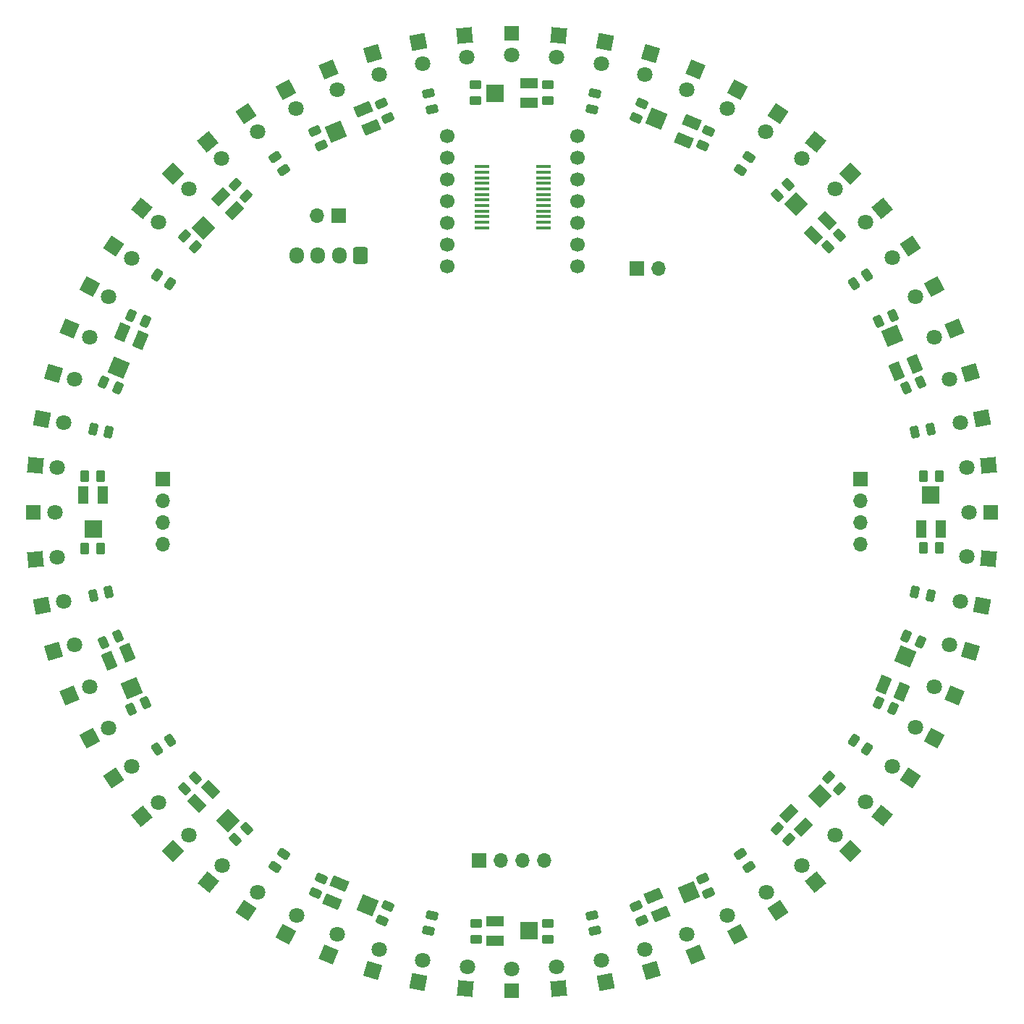
<source format=gbr>
%TF.GenerationSoftware,KiCad,Pcbnew,7.0.9*%
%TF.CreationDate,2025-05-05T21:09:02+09:00*%
%TF.ProjectId,LINE_Main,4c494e45-5f4d-4616-996e-2e6b69636164,rev?*%
%TF.SameCoordinates,Original*%
%TF.FileFunction,Soldermask,Top*%
%TF.FilePolarity,Negative*%
%FSLAX46Y46*%
G04 Gerber Fmt 4.6, Leading zero omitted, Abs format (unit mm)*
G04 Created by KiCad (PCBNEW 7.0.9) date 2025-05-05 21:09:02*
%MOMM*%
%LPD*%
G01*
G04 APERTURE LIST*
G04 Aperture macros list*
%AMRoundRect*
0 Rectangle with rounded corners*
0 $1 Rounding radius*
0 $2 $3 $4 $5 $6 $7 $8 $9 X,Y pos of 4 corners*
0 Add a 4 corners polygon primitive as box body*
4,1,4,$2,$3,$4,$5,$6,$7,$8,$9,$2,$3,0*
0 Add four circle primitives for the rounded corners*
1,1,$1+$1,$2,$3*
1,1,$1+$1,$4,$5*
1,1,$1+$1,$6,$7*
1,1,$1+$1,$8,$9*
0 Add four rect primitives between the rounded corners*
20,1,$1+$1,$2,$3,$4,$5,0*
20,1,$1+$1,$4,$5,$6,$7,0*
20,1,$1+$1,$6,$7,$8,$9,0*
20,1,$1+$1,$8,$9,$2,$3,0*%
%AMRotRect*
0 Rectangle, with rotation*
0 The origin of the aperture is its center*
0 $1 length*
0 $2 width*
0 $3 Rotation angle, in degrees counterclockwise*
0 Add horizontal line*
21,1,$1,$2,0,0,$3*%
G04 Aperture macros list end*
%ADD10RoundRect,0.250000X0.450000X-0.262500X0.450000X0.262500X-0.450000X0.262500X-0.450000X-0.262500X0*%
%ADD11RotRect,2.000000X1.300000X225.000000*%
%ADD12RotRect,2.000000X2.000000X225.000000*%
%ADD13RotRect,1.800000X1.800000X112.500000*%
%ADD14C,1.800000*%
%ADD15RotRect,2.000000X1.300000X67.500000*%
%ADD16RotRect,2.000000X2.000000X67.500000*%
%ADD17RotRect,1.800000X1.800000X185.625000*%
%ADD18RoundRect,0.250000X0.315291X-0.414726X0.516200X0.070311X-0.315291X0.414726X-0.516200X-0.070311X0*%
%ADD19RotRect,1.800000X1.800000X95.625000*%
%ADD20RoundRect,0.250000X0.414726X0.315291X-0.070311X0.516200X-0.414726X-0.315291X0.070311X-0.516200X0*%
%ADD21RoundRect,0.250000X0.228324X-0.468267X0.519999X-0.031746X-0.228324X0.468267X-0.519999X0.031746X0*%
%ADD22RotRect,1.800000X1.800000X33.750000*%
%ADD23RotRect,1.800000X1.800000X174.375000*%
%ADD24RotRect,1.800000X1.800000X39.375000*%
%ADD25RotRect,1.800000X1.800000X247.500000*%
%ADD26R,2.000000X1.300000*%
%ADD27R,2.000000X2.000000*%
%ADD28RoundRect,0.250000X-0.450000X0.262500X-0.450000X-0.262500X0.450000X-0.262500X0.450000X0.262500X0*%
%ADD29RoundRect,0.250000X-0.228324X0.468267X-0.519999X0.031746X0.228324X-0.468267X0.519999X-0.031746X0*%
%ADD30RoundRect,0.250000X-0.132583X0.503814X-0.503814X0.132583X0.132583X-0.503814X0.503814X-0.132583X0*%
%ADD31RotRect,1.800000X1.800000X337.500000*%
%ADD32RotRect,1.800000X1.800000X157.500000*%
%ADD33RotRect,2.000000X1.300000X135.000000*%
%ADD34RotRect,2.000000X2.000000X135.000000*%
%ADD35RotRect,1.800000X1.800000X236.250000*%
%ADD36RoundRect,0.250000X-0.390142X0.345247X-0.492565X-0.169665X0.390142X-0.345247X0.492565X0.169665X0*%
%ADD37RotRect,1.800000X1.800000X264.375000*%
%ADD38RotRect,1.800000X1.800000X275.625000*%
%ADD39RoundRect,0.250000X-0.516200X0.070311X-0.315291X-0.414726X0.516200X-0.070311X0.315291X0.414726X0*%
%ADD40RotRect,1.800000X1.800000X348.750000*%
%ADD41R,1.300000X2.000000*%
%ADD42RotRect,2.000000X1.300000X112.500000*%
%ADD43RotRect,2.000000X2.000000X112.500000*%
%ADD44RoundRect,0.250000X-0.031746X0.519999X-0.468267X0.228324X0.031746X-0.519999X0.468267X-0.228324X0*%
%ADD45RoundRect,0.250000X-0.070311X-0.516200X0.414726X-0.315291X0.070311X0.516200X-0.414726X0.315291X0*%
%ADD46RoundRect,0.250000X-0.519999X-0.031746X-0.228324X-0.468267X0.519999X0.031746X0.228324X0.468267X0*%
%ADD47RotRect,1.800000X1.800000X45.000000*%
%ADD48RotRect,1.800000X1.800000X28.125000*%
%ADD49RotRect,1.800000X1.800000X331.875000*%
%ADD50RotRect,1.800000X1.800000X303.750000*%
%ADD51RoundRect,0.250000X-0.315291X0.414726X-0.516200X-0.070311X0.315291X-0.414726X0.516200X0.070311X0*%
%ADD52RoundRect,0.250000X0.516200X-0.070311X0.315291X0.414726X-0.516200X0.070311X-0.315291X-0.414726X0*%
%ADD53RoundRect,0.250000X0.262500X0.450000X-0.262500X0.450000X-0.262500X-0.450000X0.262500X-0.450000X0*%
%ADD54RoundRect,0.250000X0.031746X-0.519999X0.468267X-0.228324X-0.031746X0.519999X-0.468267X0.228324X0*%
%ADD55RotRect,1.800000X1.800000X202.500000*%
%ADD56RotRect,1.800000X1.800000X151.875000*%
%ADD57RotRect,1.800000X1.800000X146.250000*%
%ADD58R,1.800000X1.800000*%
%ADD59RotRect,1.800000X1.800000X16.875000*%
%ADD60RotRect,1.800000X1.800000X129.375000*%
%ADD61RotRect,1.800000X1.800000X50.625000*%
%ADD62RotRect,1.800000X1.800000X61.875000*%
%ADD63RotRect,1.800000X1.800000X135.000000*%
%ADD64RotRect,1.800000X1.800000X309.375000*%
%ADD65RotRect,2.000000X1.300000X292.500000*%
%ADD66RotRect,2.000000X2.000000X292.500000*%
%ADD67RotRect,1.800000X1.800000X219.375000*%
%ADD68RotRect,1.800000X1.800000X315.000000*%
%ADD69RoundRect,0.250000X0.503814X0.132583X0.132583X0.503814X-0.503814X-0.132583X-0.132583X-0.503814X0*%
%ADD70RotRect,2.000000X1.300000X315.000000*%
%ADD71RotRect,2.000000X2.000000X315.000000*%
%ADD72RoundRect,0.250000X-0.492565X0.169665X-0.390142X-0.345247X0.492565X-0.169665X0.390142X0.345247X0*%
%ADD73RotRect,1.800000X1.800000X22.500000*%
%ADD74RotRect,2.000000X1.300000X337.500000*%
%ADD75RotRect,2.000000X2.000000X337.500000*%
%ADD76R,1.750000X0.450000*%
%ADD77RoundRect,0.250000X-0.262500X-0.450000X0.262500X-0.450000X0.262500X0.450000X-0.262500X0.450000X0*%
%ADD78RotRect,1.800000X1.800000X140.625000*%
%ADD79RotRect,1.800000X1.800000X163.125000*%
%ADD80RotRect,1.800000X1.800000X196.875000*%
%ADD81RotRect,1.800000X1.800000X326.250000*%
%ADD82RotRect,2.000000X1.300000X202.500000*%
%ADD83RotRect,2.000000X2.000000X202.500000*%
%ADD84RotRect,1.800000X1.800000X118.125000*%
%ADD85RoundRect,0.250000X0.345247X0.390142X-0.169665X0.492565X-0.345247X-0.390142X0.169665X-0.492565X0*%
%ADD86RoundRect,0.250000X0.070311X0.516200X-0.414726X0.315291X-0.070311X-0.516200X0.414726X-0.315291X0*%
%ADD87RotRect,1.800000X1.800000X320.625000*%
%ADD88RoundRect,0.250000X0.468267X0.228324X0.031746X0.519999X-0.468267X-0.228324X-0.031746X-0.519999X0*%
%ADD89RotRect,1.800000X1.800000X168.750000*%
%ADD90RotRect,2.000000X1.300000X22.500000*%
%ADD91RotRect,2.000000X2.000000X22.500000*%
%ADD92RotRect,1.800000X1.800000X298.125000*%
%ADD93RotRect,1.800000X1.800000X208.125000*%
%ADD94RotRect,1.800000X1.800000X258.750000*%
%ADD95RoundRect,0.250000X0.390142X-0.345247X0.492565X0.169665X-0.390142X0.345247X-0.492565X-0.169665X0*%
%ADD96RotRect,1.800000X1.800000X225.000000*%
%ADD97RotRect,1.800000X1.800000X84.375000*%
%ADD98RoundRect,0.250000X-0.414726X-0.315291X0.070311X-0.516200X0.414726X0.315291X-0.070311X0.516200X0*%
%ADD99RoundRect,0.250000X-0.345247X-0.390142X0.169665X-0.492565X0.345247X0.390142X-0.169665X0.492565X0*%
%ADD100RotRect,1.800000X1.800000X78.750000*%
%ADD101RotRect,1.800000X1.800000X292.500000*%
%ADD102RotRect,1.800000X1.800000X11.250000*%
%ADD103RotRect,1.800000X1.800000X253.125000*%
%ADD104RotRect,1.800000X1.800000X67.500000*%
%ADD105RotRect,1.800000X1.800000X286.875000*%
%ADD106RotRect,1.800000X1.800000X73.125000*%
%ADD107RotRect,2.000000X1.300000X247.500000*%
%ADD108RotRect,2.000000X2.000000X247.500000*%
%ADD109RoundRect,0.250000X-0.169665X-0.492565X0.345247X-0.390142X0.169665X0.492565X-0.345247X0.390142X0*%
%ADD110RotRect,1.800000X1.800000X241.875000*%
%ADD111RoundRect,0.250000X0.132583X-0.503814X0.503814X-0.132583X-0.132583X0.503814X-0.503814X0.132583X0*%
%ADD112RotRect,1.800000X1.800000X106.875000*%
%ADD113RotRect,1.800000X1.800000X123.750000*%
%ADD114RoundRect,0.250000X-0.503814X-0.132583X-0.132583X-0.503814X0.503814X0.132583X0.132583X0.503814X0*%
%ADD115RotRect,1.800000X1.800000X343.125000*%
%ADD116RotRect,1.800000X1.800000X213.750000*%
%ADD117RotRect,2.000000X1.300000X45.000000*%
%ADD118RotRect,2.000000X2.000000X45.000000*%
%ADD119RotRect,1.800000X1.800000X354.375000*%
%ADD120RotRect,2.000000X1.300000X157.500000*%
%ADD121RotRect,2.000000X2.000000X157.500000*%
%ADD122RoundRect,0.250000X0.169665X0.492565X-0.345247X0.390142X-0.169665X-0.492565X0.345247X-0.390142X0*%
%ADD123RotRect,1.800000X1.800000X230.625000*%
%ADD124RoundRect,0.250000X-0.468267X-0.228324X-0.031746X-0.519999X0.468267X0.228324X0.031746X0.519999X0*%
%ADD125RotRect,1.800000X1.800000X5.625000*%
%ADD126RotRect,1.800000X1.800000X56.250000*%
%ADD127RotRect,1.800000X1.800000X101.250000*%
%ADD128RotRect,1.800000X1.800000X281.250000*%
%ADD129RotRect,1.800000X1.800000X191.250000*%
%ADD130RoundRect,0.250000X0.492565X-0.169665X0.390142X0.345247X-0.492565X0.169665X-0.390142X-0.345247X0*%
%ADD131RoundRect,0.250000X0.519999X0.031746X0.228324X0.468267X-0.519999X-0.031746X-0.228324X-0.468267X0*%
%ADD132R,1.700000X1.700000*%
%ADD133O,1.700000X1.700000*%
%ADD134C,1.700000*%
%ADD135RoundRect,0.250000X0.600000X0.725000X-0.600000X0.725000X-0.600000X-0.725000X0.600000X-0.725000X0*%
%ADD136O,1.700000X1.950000*%
G04 APERTURE END LIST*
D10*
%TO.C,R17*%
X172410000Y-46182500D03*
X172410000Y-44357500D03*
%TD*%
D11*
%TO.C,RV7*%
X210691170Y-131203268D03*
D12*
X212706425Y-127561668D03*
D11*
X209064825Y-129576923D03*
%TD*%
D13*
%TO.C,D15*%
X198088710Y-146100036D03*
D14*
X197116694Y-143753382D03*
%TD*%
D15*
%TO.C,RV14*%
X131065834Y-73298636D03*
D16*
X130597562Y-77434240D03*
D15*
X133190757Y-74178808D03*
%TD*%
D17*
%TO.C,Q9*%
X232403632Y-88831719D03*
D14*
X229875863Y-89080683D03*
%TD*%
D18*
%TO.C,R10*%
X153643609Y-138888231D03*
X154342007Y-137202151D03*
%TD*%
D19*
%TO.C,Q17*%
X182137478Y-150097874D03*
D14*
X181888514Y-147570105D03*
%TD*%
D20*
%TO.C,R6*%
X221193988Y-117325587D03*
X219507908Y-116627189D03*
%TD*%
D21*
%TO.C,R20*%
X203348198Y-54342841D03*
X204362114Y-52825409D03*
%TD*%
D22*
%TO.C,D22*%
X130048803Y-125470272D03*
D14*
X132160736Y-124059124D03*
%TD*%
D23*
%TO.C,Q10*%
X232405098Y-99816837D03*
D14*
X229877329Y-99567873D03*
%TD*%
D24*
%TO.C,Q22*%
X133325252Y-129886820D03*
D14*
X135288699Y-128275461D03*
%TD*%
D25*
%TO.C,D3*%
X198074893Y-42557680D03*
D14*
X197102877Y-44904334D03*
%TD*%
D26*
%TO.C,RV9*%
X174644953Y-144483440D03*
D27*
X178644953Y-143333440D03*
D26*
X174644953Y-142183440D03*
%TD*%
D28*
%TO.C,R1*%
X180830000Y-44367500D03*
X180830000Y-46192500D03*
%TD*%
D29*
%TO.C,R36*%
X149926755Y-134320599D03*
X148912839Y-135838031D03*
%TD*%
D30*
%TO.C,R3*%
X214932077Y-61966243D03*
X213641607Y-63256713D03*
%TD*%
D31*
%TO.C,D27*%
X124863437Y-72894306D03*
D14*
X127210091Y-73866322D03*
%TD*%
D32*
%TO.C,D11*%
X228411517Y-115769135D03*
D14*
X226064863Y-114797119D03*
%TD*%
D33*
%TO.C,RV11*%
X139765928Y-128385414D03*
D34*
X143407528Y-130400669D03*
D33*
X141392273Y-126759069D03*
%TD*%
D35*
%TO.C,D4*%
X207763593Y-47734736D03*
D14*
X206352445Y-49846669D03*
%TD*%
D36*
%TO.C,R34*%
X167263070Y-141498378D03*
X166907030Y-143288312D03*
%TD*%
D37*
%TO.C,Q2*%
X182122595Y-38564099D03*
D14*
X181873631Y-41091868D03*
%TD*%
D38*
%TO.C,Q1*%
X171137477Y-38565565D03*
D14*
X171386441Y-41093334D03*
%TD*%
D39*
%TO.C,R16*%
X161390383Y-46566390D03*
X162088781Y-48252470D03*
%TD*%
D40*
%TO.C,D26*%
X121676029Y-83406834D03*
D14*
X124167224Y-83902363D03*
%TD*%
D41*
%TO.C,RV5*%
X226789196Y-96324243D03*
D27*
X225639196Y-92324243D03*
D41*
X224489196Y-96324243D03*
%TD*%
D42*
%TO.C,RV12*%
X129540823Y-111683101D03*
D43*
X132134018Y-114938533D03*
D42*
X131665746Y-110802929D03*
%TD*%
D44*
%TO.C,R38*%
X136656906Y-121054877D03*
X135139474Y-122068793D03*
%TD*%
D45*
%TO.C,R23*%
X219503768Y-72000134D03*
X221189848Y-71301736D03*
%TD*%
D46*
%TO.C,R30*%
X203360633Y-134312290D03*
X204374549Y-135829722D03*
%TD*%
D47*
%TO.C,D21*%
X137018821Y-133960953D03*
D14*
X138814872Y-132164902D03*
%TD*%
D48*
%TO.C,Q23*%
X127221028Y-120753843D03*
D14*
X129461108Y-119556495D03*
%TD*%
D49*
%TO.C,Q28*%
X127213977Y-67922790D03*
D14*
X129454057Y-69120138D03*
%TD*%
D50*
%TO.C,D30*%
X145498925Y-47743047D03*
D14*
X146910073Y-49854980D03*
%TD*%
D51*
%TO.C,R35*%
X162117244Y-140433580D03*
X161418846Y-142119660D03*
%TD*%
D52*
%TO.C,R8*%
X191884569Y-142097051D03*
X191186171Y-140410971D03*
%TD*%
D53*
%TO.C,R5*%
X226601697Y-98524244D03*
X224776697Y-98524244D03*
%TD*%
D54*
%TO.C,R22*%
X216618047Y-67608565D03*
X218135479Y-66594649D03*
%TD*%
D55*
%TO.C,D7*%
X228405794Y-72880487D03*
D14*
X226059140Y-73852503D03*
%TD*%
D56*
%TO.C,Q12*%
X226060977Y-120740651D03*
D14*
X223820897Y-119543303D03*
%TD*%
D57*
%TO.C,D12*%
X223234461Y-125457835D03*
D14*
X221122528Y-124046687D03*
%TD*%
D58*
%TO.C,D1*%
X176630000Y-38295000D03*
D14*
X176630000Y-40835000D03*
%TD*%
D59*
%TO.C,Q24*%
X123015851Y-110605478D03*
D14*
X125446479Y-109868155D03*
%TD*%
D60*
%TO.C,Q14*%
X212192576Y-137643945D03*
D14*
X210581217Y-135680498D03*
%TD*%
D26*
%TO.C,RV1*%
X178630000Y-44180000D03*
D27*
X174630000Y-45330000D03*
D26*
X178630000Y-46480000D03*
%TD*%
D61*
%TO.C,Q21*%
X141093940Y-137653435D03*
D14*
X142705299Y-135689988D03*
%TD*%
D62*
%TO.C,Q20*%
X150228546Y-143755220D03*
D14*
X151425894Y-141515140D03*
%TD*%
D63*
%TO.C,D13*%
X216266709Y-133950376D03*
D14*
X214470658Y-132154325D03*
%TD*%
D64*
%TO.C,Q30*%
X141082378Y-51019492D03*
D14*
X142693737Y-52982939D03*
%TD*%
D65*
%TO.C,RV4*%
X223734129Y-76980339D03*
D66*
X221140934Y-73724907D03*
D65*
X221609206Y-77860511D03*
%TD*%
D67*
%TO.C,Q6*%
X219949703Y-58776621D03*
D14*
X217986256Y-60387980D03*
%TD*%
D68*
%TO.C,D29*%
X137008244Y-54713065D03*
D14*
X138804295Y-56509116D03*
%TD*%
D69*
%TO.C,R45*%
X139601564Y-63274355D03*
X138311094Y-61983885D03*
%TD*%
D70*
%TO.C,RV3*%
X213509024Y-60278026D03*
D71*
X209867424Y-58262771D03*
D70*
X211882679Y-61904371D03*
%TD*%
D51*
%TO.C,R2*%
X199631343Y-49775209D03*
X198932945Y-51461289D03*
%TD*%
D72*
%TO.C,R32*%
X186026553Y-141495460D03*
X186382593Y-143285394D03*
%TD*%
D73*
%TO.C,D23*%
X124869161Y-115782954D03*
D14*
X127215815Y-114810938D03*
%TD*%
D74*
%TO.C,RV2*%
X197670560Y-48760078D03*
D75*
X193534956Y-48291806D03*
D74*
X196790388Y-50885001D03*
%TD*%
D76*
%TO.C,U1*%
X180330000Y-61065000D03*
X180330000Y-60415000D03*
X180330000Y-59765000D03*
X180330000Y-59115000D03*
X180330000Y-58465000D03*
X180330000Y-57815000D03*
X180330000Y-57165000D03*
X180330000Y-56515000D03*
X180330000Y-55865000D03*
X180330000Y-55215000D03*
X180330000Y-54565000D03*
X180330000Y-53915000D03*
X173130000Y-53915000D03*
X173130000Y-54565000D03*
X173130000Y-55215000D03*
X173130000Y-55865000D03*
X173130000Y-56515000D03*
X173130000Y-57165000D03*
X173130000Y-57815000D03*
X173130000Y-58465000D03*
X173130000Y-59115000D03*
X173130000Y-59765000D03*
X173130000Y-60415000D03*
X173130000Y-61065000D03*
%TD*%
D77*
%TO.C,R25*%
X224786694Y-90104245D03*
X226611694Y-90104245D03*
%TD*%
D78*
%TO.C,Q13*%
X219959191Y-129875257D03*
D14*
X217995744Y-128263898D03*
%TD*%
D79*
%TO.C,Q11*%
X230263445Y-110591165D03*
D14*
X227832817Y-109853842D03*
%TD*%
D58*
%TO.C,D9*%
X232674197Y-94324242D03*
D14*
X230134197Y-94324242D03*
%TD*%
D80*
%TO.C,Q8*%
X230259104Y-78057963D03*
D14*
X227828476Y-78795286D03*
%TD*%
D58*
%TO.C,D17*%
X176644955Y-150368439D03*
D14*
X176644955Y-147828439D03*
%TD*%
D81*
%TO.C,D28*%
X130040492Y-63205606D03*
D14*
X132152425Y-64616754D03*
%TD*%
D82*
%TO.C,RV8*%
X194053930Y-141391465D03*
D83*
X197309362Y-138798270D03*
D82*
X193173758Y-139266542D03*
%TD*%
D84*
%TO.C,Q15*%
X203059599Y-143748169D03*
D14*
X201862251Y-141508089D03*
%TD*%
D85*
%TO.C,R42*%
X129470818Y-84957314D03*
X127680884Y-84601274D03*
%TD*%
D53*
%TO.C,R41*%
X128488259Y-98559192D03*
X126663259Y-98559192D03*
%TD*%
D39*
%TO.C,R31*%
X198969060Y-137198012D03*
X199667458Y-138884092D03*
%TD*%
D86*
%TO.C,R4*%
X224402807Y-79084627D03*
X222716727Y-79783025D03*
%TD*%
D87*
%TO.C,Q29*%
X133315762Y-58788184D03*
D14*
X135279209Y-60399543D03*
%TD*%
D88*
%TO.C,R44*%
X136648597Y-67620999D03*
X135131165Y-66607083D03*
%TD*%
D89*
%TO.C,D10*%
X231598926Y-105256607D03*
D14*
X229107731Y-104761078D03*
%TD*%
D90*
%TO.C,RV16*%
X159286095Y-47235067D03*
D91*
X156030663Y-49828262D03*
D90*
X160166267Y-49359990D03*
%TD*%
D92*
%TO.C,Q31*%
X150215356Y-44915269D03*
D14*
X151412704Y-47155349D03*
%TD*%
D93*
%TO.C,Q7*%
X226053927Y-67909598D03*
D14*
X223813847Y-69106946D03*
%TD*%
D94*
%TO.C,D2*%
X187562365Y-39370271D03*
D14*
X187066836Y-41861466D03*
%TD*%
D95*
%TO.C,R18*%
X186011885Y-47165063D03*
X186367925Y-45375129D03*
%TD*%
D96*
%TO.C,D5*%
X216256134Y-54702488D03*
D14*
X214460083Y-56498539D03*
%TD*%
D41*
%TO.C,RV13*%
X126485756Y-92339197D03*
D27*
X127635756Y-96339197D03*
D41*
X128785756Y-92339197D03*
%TD*%
D97*
%TO.C,Q18*%
X171152360Y-150099340D03*
D14*
X171401324Y-147571571D03*
%TD*%
D10*
%TO.C,R9*%
X172444952Y-144295940D03*
X172444952Y-142470940D03*
%TD*%
D98*
%TO.C,R14*%
X132080965Y-71337853D03*
X133767045Y-72036251D03*
%TD*%
%TO.C,R27*%
X222739337Y-108851950D03*
X224425417Y-109550348D03*
%TD*%
D99*
%TO.C,R26*%
X223804133Y-103706130D03*
X225594067Y-104062170D03*
%TD*%
D100*
%TO.C,D18*%
X165712590Y-149293168D03*
D14*
X166208119Y-146801973D03*
%TD*%
D101*
%TO.C,D31*%
X155186243Y-42563405D03*
D14*
X156158259Y-44910059D03*
%TD*%
D102*
%TO.C,D24*%
X121678947Y-105271277D03*
D14*
X124170142Y-104775748D03*
%TD*%
D103*
%TO.C,Q3*%
X192896923Y-40705752D03*
D14*
X192159600Y-43136380D03*
%TD*%
D104*
%TO.C,D19*%
X155200062Y-146105760D03*
D14*
X156172078Y-143759106D03*
%TD*%
D45*
%TO.C,R12*%
X128872146Y-109578813D03*
X130558226Y-108880415D03*
%TD*%
D58*
%TO.C,D25*%
X120600758Y-94339199D03*
D14*
X123140758Y-94339199D03*
%TD*%
D105*
%TO.C,Q32*%
X160363722Y-40710093D03*
D14*
X161101045Y-43140721D03*
%TD*%
D69*
%TO.C,R7*%
X209002954Y-132626322D03*
X207712484Y-131335852D03*
%TD*%
D106*
%TO.C,Q19*%
X160378032Y-147957688D03*
D14*
X161115355Y-145527060D03*
%TD*%
D107*
%TO.C,RV6*%
X222209118Y-115364804D03*
D108*
X222677390Y-111229200D03*
D107*
X220084195Y-114484632D03*
%TD*%
D109*
%TO.C,R24*%
X223801216Y-84942645D03*
X225591150Y-84586605D03*
%TD*%
D52*
%TO.C,R47*%
X154305894Y-51465426D03*
X153607496Y-49779346D03*
%TD*%
D110*
%TO.C,Q4*%
X203046409Y-44908220D03*
D14*
X201849061Y-47148300D03*
%TD*%
D111*
%TO.C,R21*%
X207694839Y-57295803D03*
X208985309Y-56005333D03*
%TD*%
D20*
%TO.C,R43*%
X130535616Y-79811487D03*
X128849536Y-79113089D03*
%TD*%
D112*
%TO.C,Q16*%
X192911234Y-147953346D03*
D14*
X192173911Y-145522718D03*
%TD*%
D113*
%TO.C,D14*%
X207776028Y-140920394D03*
D14*
X206364880Y-138808461D03*
%TD*%
D86*
%TO.C,R39*%
X133771183Y-116663302D03*
X132085103Y-117361700D03*
%TD*%
D114*
%TO.C,R15*%
X144271999Y-56037119D03*
X145562469Y-57327589D03*
%TD*%
D115*
%TO.C,Q27*%
X123011509Y-78072276D03*
D14*
X125442137Y-78809599D03*
%TD*%
D116*
%TO.C,D6*%
X223226152Y-63193169D03*
D14*
X221114219Y-64604317D03*
%TD*%
D117*
%TO.C,RV15*%
X142583782Y-57460172D03*
D118*
X140568527Y-61101772D03*
D117*
X144210127Y-59086517D03*
%TD*%
D119*
%TO.C,Q26*%
X120869857Y-88846604D03*
D14*
X123397626Y-89095568D03*
%TD*%
D120*
%TO.C,RV10*%
X155604392Y-139903362D03*
D121*
X159739996Y-140371634D03*
D120*
X156484564Y-137778439D03*
%TD*%
D18*
%TO.C,R19*%
X191166659Y-48225532D03*
X191865057Y-46539452D03*
%TD*%
D77*
%TO.C,R13*%
X126673256Y-90139196D03*
X128498256Y-90139196D03*
%TD*%
D28*
%TO.C,R33*%
X180864949Y-142480937D03*
X180864949Y-144305937D03*
%TD*%
D122*
%TO.C,R40*%
X129473736Y-103720797D03*
X127683802Y-104076837D03*
%TD*%
D123*
%TO.C,Q5*%
X212181015Y-51010006D03*
D14*
X210569656Y-52973453D03*
%TD*%
D111*
%TO.C,R11*%
X138342875Y-126697197D03*
X139633345Y-125406727D03*
%TD*%
D124*
%TO.C,R28*%
X216626355Y-121042441D03*
X218143787Y-122056357D03*
%TD*%
D125*
%TO.C,Q25*%
X120871323Y-99831722D03*
D14*
X123399092Y-99582758D03*
%TD*%
D126*
%TO.C,D20*%
X145511362Y-140928705D03*
D14*
X146922510Y-138816772D03*
%TD*%
D127*
%TO.C,D16*%
X187577033Y-149290250D03*
D14*
X187081504Y-146799055D03*
%TD*%
D30*
%TO.C,R37*%
X145580112Y-131367632D03*
X144289642Y-132658102D03*
%TD*%
D128*
%TO.C,D32*%
X165697920Y-39373191D03*
D14*
X166193449Y-41864386D03*
%TD*%
D129*
%TO.C,D8*%
X231596008Y-83392164D03*
D14*
X229104813Y-83887693D03*
%TD*%
D114*
%TO.C,R29*%
X213673390Y-125389082D03*
X214963860Y-126679552D03*
%TD*%
D130*
%TO.C,R48*%
X167248399Y-47167980D03*
X166892359Y-45378046D03*
%TD*%
D131*
%TO.C,R46*%
X149914319Y-54351150D03*
X148900403Y-52833718D03*
%TD*%
D132*
%TO.C,J4*%
X217450000Y-90480000D03*
D133*
X217450000Y-93020000D03*
X217450000Y-95560000D03*
X217450000Y-98100000D03*
%TD*%
D132*
%TO.C,C2*%
X191260000Y-65830000D03*
D133*
X193800000Y-65830000D03*
%TD*%
D132*
%TO.C,C1*%
X156330000Y-59660000D03*
D133*
X153790000Y-59660000D03*
%TD*%
D132*
%TO.C,J3*%
X135760000Y-90430000D03*
D133*
X135760000Y-92970000D03*
X135760000Y-95510000D03*
X135760000Y-98050000D03*
%TD*%
D134*
%TO.C,U2*%
X169060000Y-65550000D03*
X169060000Y-63010000D03*
X169060000Y-60470000D03*
X169060000Y-57930000D03*
X169060000Y-55390000D03*
X169060000Y-52850000D03*
X169060000Y-50310000D03*
X184300000Y-50310000D03*
X184300000Y-52850000D03*
X184300000Y-55390000D03*
X184300000Y-57930000D03*
X184300000Y-60470000D03*
X184300000Y-63010000D03*
X184300000Y-65550000D03*
%TD*%
D135*
%TO.C,J1*%
X158950000Y-64310000D03*
D136*
X156450000Y-64310000D03*
X153950000Y-64310000D03*
X151450000Y-64310000D03*
%TD*%
D132*
%TO.C,J2*%
X172790000Y-135100000D03*
D133*
X175330000Y-135100000D03*
X177870000Y-135100000D03*
X180410000Y-135100000D03*
%TD*%
M02*

</source>
